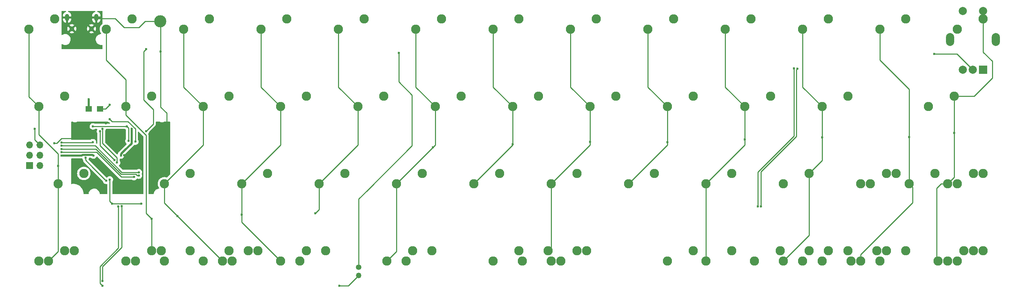
<source format=gbr>
%TF.GenerationSoftware,KiCad,Pcbnew,(5.99.0-8436-gbd786b578a)*%
%TF.CreationDate,2021-02-24T19:01:32+01:00*%
%TF.ProjectId,atom47,61746f6d-3437-42e6-9b69-6361645f7063,rev?*%
%TF.SameCoordinates,Original*%
%TF.FileFunction,Copper,L1,Top*%
%TF.FilePolarity,Positive*%
%FSLAX46Y46*%
G04 Gerber Fmt 4.6, Leading zero omitted, Abs format (unit mm)*
G04 Created by KiCad (PCBNEW (5.99.0-8436-gbd786b578a)) date 2021-02-24 19:01:32*
%MOMM*%
%LPD*%
G01*
G04 APERTURE LIST*
%TA.AperFunction,ComponentPad*%
%ADD10C,2.286000*%
%TD*%
%TA.AperFunction,ComponentPad*%
%ADD11C,3.000000*%
%TD*%
%TA.AperFunction,SMDPad,CuDef*%
%ADD12R,1.600000X1.400000*%
%TD*%
%TA.AperFunction,ComponentPad*%
%ADD13C,1.350000*%
%TD*%
%TA.AperFunction,ComponentPad*%
%ADD14O,1.350000X1.350000*%
%TD*%
%TA.AperFunction,ComponentPad*%
%ADD15R,1.700000X1.700000*%
%TD*%
%TA.AperFunction,ComponentPad*%
%ADD16O,1.700000X1.700000*%
%TD*%
%TA.AperFunction,ComponentPad*%
%ADD17C,1.200000*%
%TD*%
%TA.AperFunction,ComponentPad*%
%ADD18O,1.000000X1.800000*%
%TD*%
%TA.AperFunction,ComponentPad*%
%ADD19R,2.000000X2.000000*%
%TD*%
%TA.AperFunction,ComponentPad*%
%ADD20C,2.000000*%
%TD*%
%TA.AperFunction,ComponentPad*%
%ADD21O,2.000000X3.200000*%
%TD*%
%TA.AperFunction,ViaPad*%
%ADD22C,0.600000*%
%TD*%
%TA.AperFunction,Conductor*%
%ADD23C,0.250000*%
%TD*%
%TA.AperFunction,Conductor*%
%ADD24C,0.500000*%
%TD*%
G04 APERTURE END LIST*
D10*
X150177500Y-23495000D03*
X143827500Y-26035000D03*
X143033750Y-61595000D03*
X136683750Y-64135000D03*
X228758750Y-42545000D03*
X222408750Y-45085000D03*
X133508750Y-61595000D03*
X127158750Y-64135000D03*
X126365000Y-61595000D03*
X120015000Y-64135000D03*
X14446250Y-23495000D03*
X8096250Y-26035000D03*
X233521250Y-23495000D03*
X227171250Y-26035000D03*
D11*
X38025000Y-5025000D03*
D12*
X23225000Y-26600000D03*
X20425000Y-26600000D03*
D10*
X235902500Y-61595000D03*
X229552500Y-64135000D03*
X207327500Y-61595000D03*
X200977500Y-64135000D03*
X38258780Y-61595056D03*
X31908780Y-64135056D03*
X16827500Y-61595000D03*
X10477500Y-64135000D03*
X219233750Y-42545000D03*
X212883750Y-45085000D03*
X14446260Y-61595056D03*
X8096260Y-64135056D03*
X62071250Y-61595000D03*
X55721250Y-64135000D03*
X238283750Y-61595000D03*
X231933750Y-64135000D03*
X238283750Y-42545000D03*
X231933750Y-45085000D03*
X100171250Y-61595000D03*
X93821250Y-64135000D03*
X45402500Y-61595000D03*
X39052500Y-64135000D03*
X12065000Y-4445000D03*
X5715000Y-6985000D03*
X31115000Y-4445000D03*
X24765000Y-6985000D03*
X50165000Y-4445000D03*
X43815000Y-6985000D03*
X69215000Y-4445000D03*
X62865000Y-6985000D03*
X88265000Y-4445000D03*
X81915000Y-6985000D03*
X107315000Y-4445000D03*
X100965000Y-6985000D03*
X126365000Y-4445000D03*
X120015000Y-6985000D03*
X145415000Y-4445000D03*
X139065000Y-6985000D03*
X164465000Y-4445000D03*
X158115000Y-6985000D03*
X183515000Y-4445000D03*
X177165000Y-6985000D03*
X202565000Y-4445000D03*
X196215000Y-6985000D03*
X221615000Y-4445000D03*
X215265000Y-6985000D03*
X240665000Y-4445000D03*
X234315000Y-6985000D03*
X35877500Y-23495000D03*
X29527500Y-26035000D03*
X54927500Y-23495000D03*
X48577500Y-26035000D03*
X73977500Y-23495000D03*
X67627500Y-26035000D03*
X93027500Y-23495000D03*
X86677500Y-26035000D03*
X112077500Y-23495000D03*
X105727500Y-26035000D03*
X131127500Y-23495000D03*
X124777500Y-26035000D03*
X169227500Y-23495000D03*
X162877500Y-26035000D03*
X188277500Y-23495000D03*
X181927500Y-26035000D03*
X207327500Y-23495000D03*
X200977500Y-26035000D03*
X45402500Y-42545000D03*
X39052500Y-45085000D03*
X64452500Y-42545000D03*
X58102500Y-45085000D03*
X83502500Y-42545000D03*
X77152500Y-45085000D03*
X102552500Y-42545000D03*
X96202500Y-45085000D03*
X121602500Y-42545000D03*
X115252500Y-45085000D03*
X140652500Y-42545000D03*
X134302500Y-45085000D03*
X159702500Y-42545000D03*
X153352500Y-45085000D03*
X178752500Y-42545000D03*
X172402500Y-45085000D03*
X197802500Y-42545000D03*
X191452500Y-45085000D03*
X240665000Y-42545000D03*
X234315000Y-45085000D03*
X35877500Y-61595000D03*
X29527500Y-64135000D03*
X54927500Y-61595000D03*
X48577500Y-64135000D03*
X73977500Y-61595000D03*
X67627500Y-64135000D03*
X178752500Y-61595000D03*
X172402500Y-64135000D03*
X197802500Y-61595000D03*
X191452500Y-64135000D03*
X216852500Y-61595000D03*
X210502500Y-64135000D03*
X216852500Y-42545000D03*
X210502500Y-45085000D03*
X202565000Y-61595000D03*
X196215000Y-64135000D03*
X221615000Y-61595000D03*
X215265000Y-64135000D03*
X240665000Y-61595000D03*
X234315000Y-64135000D03*
X59690048Y-61595056D03*
X53340048Y-64135056D03*
X78740064Y-61595056D03*
X72390064Y-64135056D03*
X104933836Y-61595056D03*
X98583836Y-64135056D03*
X169227640Y-61595056D03*
X162877640Y-64135056D03*
X190658908Y-61595056D03*
X184308908Y-64135056D03*
X214471428Y-61595056D03*
X208121428Y-64135056D03*
X140652616Y-61595056D03*
X134302616Y-64135056D03*
X19208750Y-42545000D03*
X12858750Y-45085000D03*
D13*
X86915690Y-65675048D03*
D14*
X86915690Y-67675048D03*
D15*
X5873748Y-40640024D03*
D16*
X8413748Y-40640024D03*
X5873748Y-38100024D03*
X8413748Y-38100024D03*
X5873748Y-35560024D03*
X8413748Y-35560024D03*
D17*
X21100000Y-6875000D03*
D18*
X22275000Y-4075000D03*
D17*
X16250000Y-6875000D03*
D18*
X15075000Y-4075000D03*
D19*
X240625192Y-17025000D03*
D20*
X235625192Y-17025000D03*
X238125192Y-17025000D03*
D21*
X232525192Y-9525000D03*
X243725192Y-9525000D03*
D20*
X235625192Y-2525000D03*
X240625192Y-2525000D03*
D22*
X38099401Y-12540626D03*
X7143748Y-31551581D03*
X18892440Y-10873194D03*
X33337520Y-35123459D03*
X96779760Y-12840627D03*
X39885963Y-38100024D03*
X228600184Y-13096878D03*
X28575024Y-34528154D03*
X11906252Y-35093772D03*
X16668756Y-33932833D03*
X17264069Y-39290650D03*
X24665690Y-30175048D03*
X22573694Y-40529468D03*
X28575016Y-40481276D03*
X25598459Y-34528154D03*
X29170329Y-38100024D03*
X33337520Y-33307833D03*
X38695337Y-32146894D03*
X20373457Y-24275003D03*
X28328391Y-38141971D03*
X13692191Y-38118781D03*
X21574942Y-38140601D03*
X30956268Y-31551581D03*
X27733072Y-50673225D03*
X24705481Y-44350811D03*
X13692191Y-34918769D03*
X19645321Y-38695337D03*
X23812512Y-70246926D03*
X82153186Y-70246926D03*
X21431440Y-34849696D03*
X143827500Y-34766384D03*
X200977500Y-33694547D03*
X222408750Y-33575824D03*
X233521250Y-32583645D03*
X42227528Y-53022536D03*
X58102500Y-52744683D03*
X76200056Y-52387536D03*
X162877500Y-34885205D03*
X181927500Y-34171103D03*
X23803138Y-69065674D03*
X28575016Y-50631284D03*
X124777500Y-35361681D03*
X32742207Y-42267215D03*
X13692191Y-35718772D03*
X105171904Y-36115596D03*
X32741802Y-43068328D03*
X13692191Y-36518775D03*
X31551581Y-43431274D03*
X194072030Y-16668756D03*
X185151711Y-50650032D03*
X13692191Y-37318778D03*
X25598451Y-25598451D03*
X12858750Y-40719404D03*
X34528146Y-32146894D03*
X34528146Y-11906252D03*
X29795330Y-30926580D03*
X30206268Y-34528146D03*
X21431260Y-30956268D03*
X25598451Y-44053154D03*
X33337520Y-50006284D03*
X26193764Y-50006284D03*
X31888054Y-34709932D03*
X25598451Y-29170329D03*
X35877500Y-53736890D03*
X26759390Y-39290650D03*
X23187512Y-32176581D03*
X23812512Y-31551581D03*
X27384390Y-39885963D03*
X185951714Y-50650032D03*
X194913974Y-16710697D03*
D23*
X234197070Y-13096878D02*
X228600184Y-13096878D01*
X29170329Y-6548435D02*
X26971894Y-4350000D01*
X38099401Y-5099401D02*
X38025000Y-5025000D01*
X13692191Y-33932833D02*
X16668756Y-33932833D01*
X39593401Y-31248830D02*
X38695337Y-32146894D01*
X26971894Y-4350000D02*
X22300000Y-4350000D01*
X11906252Y-35093772D02*
X12531252Y-35093772D01*
X34265642Y-5025000D02*
X32742207Y-6548435D01*
X8413748Y-35560024D02*
X7143748Y-34290024D01*
X86915690Y-48815658D02*
X89296942Y-46434406D01*
X238125192Y-17025000D02*
X234197070Y-13096878D01*
X89296942Y-46434406D02*
X100012576Y-35718772D01*
X38025000Y-5025000D02*
X34265642Y-5025000D01*
X86915690Y-65675048D02*
X86915690Y-48815658D01*
X96779760Y-19984383D02*
X96779760Y-12840627D01*
X38099401Y-12540626D02*
X38099401Y-26193141D01*
X7143748Y-34290024D02*
X7143748Y-31551581D01*
X88815552Y-46915796D02*
X89296942Y-46434406D01*
X38099401Y-12540626D02*
X38099401Y-5099401D01*
X12531252Y-35093772D02*
X13692191Y-33932833D01*
X100012576Y-23217199D02*
X96779760Y-19984383D01*
X39593401Y-27687141D02*
X39593401Y-31248830D01*
X38099401Y-26193141D02*
X39593401Y-27687141D01*
X100012576Y-35718772D02*
X100012576Y-23217199D01*
X32742207Y-6548435D02*
X29170329Y-6548435D01*
D24*
X30956268Y-35150026D02*
X29183612Y-36922681D01*
X18721875Y-38118781D02*
X18895320Y-37945336D01*
X20425000Y-26600000D02*
X20425000Y-24326546D01*
X28328391Y-38141971D02*
X28328391Y-37777902D01*
X28425017Y-37681276D02*
X29183612Y-36922681D01*
X21379677Y-37945336D02*
X18895320Y-37945336D01*
X29183612Y-36922681D02*
X28575016Y-37531278D01*
X30956268Y-31551581D02*
X30956268Y-35150026D01*
X28328391Y-37777902D02*
X29183612Y-36922681D01*
X21574942Y-38140601D02*
X21379677Y-37945336D01*
X13692191Y-38118781D02*
X18721875Y-38118781D01*
X20425000Y-24326546D02*
X20373457Y-24275003D01*
D23*
X21431440Y-41076769D02*
X22026572Y-41671903D01*
X22026572Y-41671903D02*
X24405482Y-44050812D01*
X21362367Y-34918769D02*
X21431440Y-34849696D01*
X27733072Y-50673225D02*
X27733072Y-60927452D01*
X82153186Y-70246926D02*
X83939125Y-70246926D01*
X23178137Y-69612551D02*
X23812512Y-70246926D01*
X21431259Y-41076590D02*
X22026572Y-41671903D01*
X84343812Y-70246926D02*
X83939125Y-70246926D01*
X27733072Y-60927452D02*
X23178137Y-65482387D01*
X24405482Y-44050812D02*
X24705481Y-44350811D01*
X19645321Y-38695337D02*
X19645321Y-39290652D01*
X23178137Y-65482387D02*
X23178137Y-69612551D01*
X19645321Y-39290652D02*
X21431259Y-41076590D01*
X13692191Y-34918769D02*
X21362367Y-34918769D01*
X86915690Y-67675048D02*
X84343812Y-70246926D01*
X134302500Y-45085000D02*
X134302500Y-60801250D01*
X139065000Y-6985000D02*
X139065000Y-21272500D01*
X139065000Y-21272500D02*
X143827500Y-26035000D01*
X143827500Y-35560000D02*
X134302500Y-45085000D01*
X143827500Y-26035000D02*
X143827500Y-34766384D01*
X143827500Y-34766384D02*
X143827500Y-35560000D01*
X134302500Y-60801250D02*
X133508750Y-61595000D01*
X196215000Y-6985000D02*
X196215000Y-21272500D01*
X197802500Y-42545000D02*
X197802500Y-57785000D01*
X196215000Y-21272500D02*
X200977500Y-26035000D01*
X200977500Y-33694547D02*
X200977500Y-39370000D01*
X200977500Y-39370000D02*
X197802500Y-42545000D01*
X197802500Y-57785000D02*
X191452500Y-64135000D01*
X200977500Y-26035000D02*
X200977500Y-33694547D01*
X222408750Y-45085000D02*
X223242367Y-45918617D01*
X222408750Y-21788269D02*
X222408750Y-33575824D01*
X223242367Y-49778687D02*
X210502500Y-62518554D01*
X222408750Y-33575824D02*
X222408750Y-45085000D01*
X215265000Y-6985000D02*
X215265000Y-14644519D01*
X215265000Y-14644519D02*
X222408750Y-21788269D01*
X223242367Y-45918617D02*
X223242367Y-49778687D01*
X210502500Y-62518554D02*
X210502500Y-64135000D01*
X238442704Y-23495000D02*
X242887696Y-19050008D01*
X229195497Y-46206807D02*
X229195497Y-63777997D01*
X233521250Y-23495000D02*
X238442704Y-23495000D01*
X233521250Y-43497500D02*
X231933750Y-45085000D01*
X233521250Y-23495000D02*
X233521250Y-32583645D01*
X233521250Y-32583645D02*
X233521250Y-43497500D01*
X242887696Y-14882817D02*
X240665000Y-12660121D01*
X242887696Y-19050008D02*
X242887696Y-14882817D01*
X229195497Y-63777997D02*
X229552500Y-64135000D01*
X240665000Y-12660121D02*
X240665000Y-4445000D01*
X240625192Y-4405192D02*
X240665000Y-4445000D01*
X231933750Y-45085000D02*
X230317304Y-45085000D01*
X230317304Y-45085000D02*
X229195497Y-46206807D01*
X240625192Y-2525000D02*
X240625192Y-4405192D01*
X39052500Y-49847508D02*
X42227528Y-53022536D01*
X48577500Y-35560000D02*
X39052500Y-45085000D01*
X39052500Y-45085000D02*
X39052500Y-49847508D01*
X43815000Y-21272500D02*
X48577500Y-26035000D01*
X43815000Y-6985000D02*
X43815000Y-21272500D01*
X48577500Y-26035000D02*
X48577500Y-35560000D01*
X42227528Y-53022536D02*
X53340048Y-64135056D01*
X67627500Y-26035000D02*
X67627500Y-35560000D01*
X58102500Y-45085000D02*
X58102500Y-52744683D01*
X67627500Y-35560000D02*
X58102500Y-45085000D01*
X62865000Y-21272500D02*
X67627500Y-26035000D01*
X58102500Y-54610000D02*
X67627500Y-64135000D01*
X62865000Y-6985000D02*
X62865000Y-21272500D01*
X58102500Y-52744683D02*
X58102500Y-54610000D01*
X81915000Y-21272500D02*
X86677500Y-26035000D01*
X86677500Y-26035000D02*
X86677500Y-35560000D01*
X76200056Y-52387536D02*
X77152500Y-51435092D01*
X77152500Y-51435092D02*
X77152500Y-45085000D01*
X81915000Y-6985000D02*
X81915000Y-21272500D01*
X86677500Y-35560000D02*
X77152500Y-45085000D01*
X162877500Y-26035000D02*
X162877500Y-34885205D01*
X162877500Y-35560000D02*
X153352500Y-45085000D01*
X158115000Y-21272500D02*
X162877500Y-26035000D01*
X162877500Y-34885205D02*
X162877500Y-35560000D01*
X158115000Y-6985000D02*
X158115000Y-21272500D01*
X181927500Y-34171103D02*
X181927500Y-35560000D01*
X181927500Y-35560000D02*
X172402500Y-45085000D01*
X181927500Y-26035000D02*
X181927500Y-34171103D01*
X177165000Y-21272500D02*
X181927500Y-26035000D01*
X172402500Y-45085000D02*
X172402500Y-64135000D01*
X177165000Y-6985000D02*
X177165000Y-21272500D01*
X28575016Y-50631284D02*
X28575016Y-60721918D01*
X28575016Y-60721918D02*
X23803138Y-65493796D01*
X23803138Y-65493796D02*
X23803138Y-69065674D01*
X22026573Y-35718772D02*
X13692191Y-35718772D01*
X124777500Y-26035000D02*
X124777500Y-35361681D01*
X32742207Y-42267215D02*
X28575016Y-42267215D01*
X120015000Y-6985000D02*
X120015000Y-21272500D01*
X120015000Y-21272500D02*
X124777500Y-26035000D01*
X28575016Y-42267215D02*
X22026573Y-35718772D01*
X124777500Y-35361681D02*
X124777500Y-35560000D01*
X124777500Y-35560000D02*
X115252500Y-45085000D01*
X32352694Y-43068328D02*
X32001591Y-42717225D01*
X105727500Y-26035000D02*
X105727500Y-35560000D01*
X105171904Y-36115596D02*
X96202500Y-45085000D01*
X32741802Y-43068328D02*
X32352694Y-43068328D01*
X105727500Y-35560000D02*
X105171904Y-36115596D01*
X100965000Y-21272500D02*
X105727500Y-26035000D01*
X100965000Y-6985000D02*
X100965000Y-21272500D01*
X96202500Y-45085000D02*
X96202500Y-61753750D01*
X22190166Y-36518775D02*
X13692191Y-36518775D01*
X32001591Y-42717225D02*
X28388616Y-42717225D01*
X28388616Y-42717225D02*
X22190166Y-36518775D01*
X96202500Y-61753750D02*
X93821250Y-64135000D01*
X22353759Y-37318778D02*
X13692191Y-37318778D01*
X194072030Y-33337520D02*
X194072030Y-16668756D01*
X31551581Y-43431274D02*
X28466255Y-43431274D01*
X28466255Y-43431274D02*
X22353759Y-37318778D01*
X185151711Y-50650032D02*
X185151711Y-42257839D01*
X185151711Y-42257839D02*
X194072030Y-33337520D01*
X24596902Y-26600000D02*
X25598451Y-25598451D01*
X23225000Y-26600000D02*
X24596902Y-26600000D01*
X8096250Y-32957524D02*
X12858750Y-37720024D01*
X8096250Y-26035000D02*
X8096250Y-32957524D01*
X12858750Y-45085000D02*
X12858750Y-61753750D01*
X5715000Y-23653750D02*
X8096250Y-26035000D01*
X12858750Y-61753750D02*
X10477500Y-64135000D01*
X5715000Y-6985000D02*
X5715000Y-23653750D01*
X12858750Y-37720024D02*
X12858750Y-40719404D01*
X12858750Y-40719404D02*
X12858750Y-45085000D01*
X36314085Y-26789077D02*
X33932833Y-24407825D01*
X36314085Y-30360955D02*
X36314085Y-26789077D01*
X33932833Y-12501565D02*
X34528146Y-11906252D01*
X34528146Y-32146894D02*
X36314085Y-30360955D01*
X33932833Y-24407825D02*
X33932833Y-12501565D01*
X21460948Y-30926580D02*
X29795330Y-30926580D01*
X21431260Y-30956268D02*
X21460948Y-30926580D01*
X30206268Y-34528146D02*
X30206268Y-31337518D01*
X30206268Y-31337518D02*
X29795330Y-30926580D01*
X25598451Y-49410971D02*
X26193764Y-50006284D01*
X25598451Y-44053154D02*
X25598451Y-49410971D01*
X26193764Y-50006284D02*
X33337520Y-50006284D01*
X31888054Y-34709932D02*
X31888054Y-31558365D01*
X31888054Y-31558365D02*
X30080590Y-29750901D01*
X26179023Y-29750901D02*
X25598451Y-29170329D01*
X30080590Y-29750901D02*
X26179023Y-29750901D01*
X24765000Y-6985000D02*
X24765000Y-14644679D01*
X34528146Y-33197619D02*
X34528146Y-52387536D01*
X34528146Y-52387536D02*
X35877500Y-53736890D01*
X29527500Y-28196974D02*
X34528146Y-33197619D01*
X24765000Y-14644679D02*
X29527500Y-19407179D01*
X29527500Y-19407179D02*
X29527500Y-26035000D01*
X29527500Y-26035000D02*
X29527500Y-28196974D01*
X35877500Y-53736890D02*
X35877500Y-61595000D01*
X23187512Y-32176581D02*
X23187512Y-35718772D01*
X23187512Y-35718772D02*
X26759390Y-39290650D01*
X23812512Y-31551581D02*
X23812512Y-35123459D01*
X27384390Y-38695337D02*
X27384390Y-39885963D01*
X23812512Y-35123459D02*
X27384390Y-38695337D01*
X185951714Y-42094246D02*
X194667343Y-33378617D01*
X194667343Y-33378617D02*
X194667343Y-16957328D01*
X194667343Y-16957328D02*
X194913974Y-16710697D01*
X185951714Y-50650032D02*
X185951714Y-42094246D01*
%TA.AperFunction,Conductor*%
G36*
X18675083Y-38870714D02*
G01*
X18681864Y-38871745D01*
X18688276Y-38872721D01*
X18688278Y-38872721D01*
X18695508Y-38873821D01*
X18702800Y-38873228D01*
X18702803Y-38873228D01*
X18746221Y-38869696D01*
X18756436Y-38869281D01*
X18764762Y-38869281D01*
X18764762Y-38870069D01*
X18830472Y-38885278D01*
X18880005Y-38936141D01*
X18888185Y-38955283D01*
X18914106Y-39033206D01*
X18953924Y-39098952D01*
X18999594Y-39174362D01*
X19017756Y-39235677D01*
X19019759Y-39299418D01*
X19019821Y-39303375D01*
X19019821Y-39330232D01*
X19020316Y-39334148D01*
X19020365Y-39334935D01*
X19021213Y-39345712D01*
X19022583Y-39389283D01*
X19024794Y-39396893D01*
X19028129Y-39408373D01*
X19032138Y-39427733D01*
X19034629Y-39447451D01*
X19037545Y-39454815D01*
X19037546Y-39454820D01*
X19050673Y-39487972D01*
X19054512Y-39499183D01*
X19066676Y-39541053D01*
X19076798Y-39558169D01*
X19085490Y-39575909D01*
X19092810Y-39594398D01*
X19097470Y-39600812D01*
X19118423Y-39629651D01*
X19124942Y-39639575D01*
X19143035Y-39670170D01*
X19143039Y-39670175D01*
X19147071Y-39676993D01*
X19161073Y-39690995D01*
X19173914Y-39706029D01*
X19185706Y-39722259D01*
X19191814Y-39727312D01*
X19219522Y-39750234D01*
X19228302Y-39758224D01*
X21528322Y-42058244D01*
X22717753Y-43247674D01*
X23877987Y-44407908D01*
X23912013Y-44470220D01*
X23914291Y-44484708D01*
X23917583Y-44518284D01*
X23974266Y-44688680D01*
X23977915Y-44694705D01*
X24058108Y-44827118D01*
X24067292Y-44842283D01*
X24192036Y-44971459D01*
X24342299Y-45069789D01*
X24510613Y-45132384D01*
X24517594Y-45133315D01*
X24517596Y-45133316D01*
X24681631Y-45155203D01*
X24681635Y-45155203D01*
X24688612Y-45156134D01*
X24695624Y-45155496D01*
X24695628Y-45155496D01*
X24835532Y-45142764D01*
X24905185Y-45156510D01*
X24956349Y-45205731D01*
X24972951Y-45268245D01*
X24972951Y-47499032D01*
X24952949Y-47567153D01*
X24899293Y-47613646D01*
X24846951Y-47625032D01*
X23220914Y-47625032D01*
X23152793Y-47605030D01*
X23106300Y-47551374D01*
X23095365Y-47509685D01*
X23095133Y-47506944D01*
X23085758Y-47396461D01*
X23084420Y-47391306D01*
X23084419Y-47391300D01*
X23029479Y-47179626D01*
X23029478Y-47179622D01*
X23028137Y-47174457D01*
X22933935Y-46965335D01*
X22805844Y-46775075D01*
X22738910Y-46704909D01*
X22651215Y-46612981D01*
X22647528Y-46609116D01*
X22643248Y-46605931D01*
X22643245Y-46605929D01*
X22467791Y-46475389D01*
X22463513Y-46472206D01*
X22259061Y-46368257D01*
X22040017Y-46300242D01*
X22034730Y-46299541D01*
X22034729Y-46299541D01*
X21817929Y-46270806D01*
X21817925Y-46270806D01*
X21812645Y-46270106D01*
X21807315Y-46270306D01*
X21807314Y-46270306D01*
X21698046Y-46274408D01*
X21583446Y-46278710D01*
X21358974Y-46325810D01*
X21145647Y-46410057D01*
X20949564Y-46529043D01*
X20945534Y-46532540D01*
X20918824Y-46555718D01*
X20776332Y-46679365D01*
X20772949Y-46683491D01*
X20772945Y-46683495D01*
X20701019Y-46771216D01*
X20630905Y-46856727D01*
X20517441Y-47056055D01*
X20439183Y-47271652D01*
X20438234Y-47276901D01*
X20438233Y-47276904D01*
X20431217Y-47315705D01*
X20398370Y-47497351D01*
X20398319Y-47502690D01*
X20397817Y-47507998D01*
X20396037Y-47507830D01*
X20377681Y-47568176D01*
X20323578Y-47614147D01*
X20272348Y-47625032D01*
X19286473Y-47625032D01*
X19218352Y-47605030D01*
X19171859Y-47551374D01*
X19160722Y-47506944D01*
X19160225Y-47499032D01*
X19148441Y-47311742D01*
X19089627Y-47003424D01*
X18992633Y-46704909D01*
X18985111Y-46688923D01*
X18860679Y-46424491D01*
X18860675Y-46424484D01*
X18858991Y-46420905D01*
X18825580Y-46368257D01*
X18692929Y-46159234D01*
X18690807Y-46155890D01*
X18490734Y-45914043D01*
X18261928Y-45699179D01*
X18007995Y-45514687D01*
X17732943Y-45363475D01*
X17729274Y-45362022D01*
X17729269Y-45362020D01*
X17444790Y-45249387D01*
X17444787Y-45249386D01*
X17441107Y-45247929D01*
X17437273Y-45246945D01*
X17437265Y-45246942D01*
X17249307Y-45198683D01*
X17137091Y-45169871D01*
X17133163Y-45169375D01*
X17133159Y-45169374D01*
X17009681Y-45153776D01*
X16825689Y-45130532D01*
X16511811Y-45130532D01*
X16215235Y-45167998D01*
X16145144Y-45156692D01*
X16092293Y-45109286D01*
X16073443Y-45042992D01*
X16073443Y-42545000D01*
X17560250Y-42545000D01*
X17580546Y-42802882D01*
X17581700Y-42807689D01*
X17581701Y-42807695D01*
X17599832Y-42883217D01*
X17640933Y-43054415D01*
X17642826Y-43058986D01*
X17642827Y-43058988D01*
X17654371Y-43086858D01*
X17739926Y-43293403D01*
X17875085Y-43513964D01*
X18043084Y-43710666D01*
X18239786Y-43878665D01*
X18460347Y-44013824D01*
X18564865Y-44057117D01*
X18694762Y-44110923D01*
X18694764Y-44110924D01*
X18699335Y-44112817D01*
X18785328Y-44133462D01*
X18946055Y-44172049D01*
X18946061Y-44172050D01*
X18950868Y-44173204D01*
X19208750Y-44193500D01*
X19466632Y-44173204D01*
X19471439Y-44172050D01*
X19471445Y-44172049D01*
X19632172Y-44133462D01*
X19718165Y-44112817D01*
X19722736Y-44110924D01*
X19722738Y-44110923D01*
X19852635Y-44057117D01*
X19957153Y-44013824D01*
X20177714Y-43878665D01*
X20374416Y-43710666D01*
X20542415Y-43513964D01*
X20677574Y-43293403D01*
X20763129Y-43086858D01*
X20774673Y-43058988D01*
X20774674Y-43058986D01*
X20776567Y-43054415D01*
X20817668Y-42883217D01*
X20835799Y-42807695D01*
X20835800Y-42807689D01*
X20836954Y-42802882D01*
X20857250Y-42545000D01*
X20836954Y-42287118D01*
X20833128Y-42271178D01*
X20791013Y-42095757D01*
X20776567Y-42035585D01*
X20677574Y-41796597D01*
X20542415Y-41576036D01*
X20374416Y-41379334D01*
X20177714Y-41211335D01*
X19957153Y-41076176D01*
X19805036Y-41013167D01*
X19722738Y-40979077D01*
X19722736Y-40979076D01*
X19718165Y-40977183D01*
X19632172Y-40956538D01*
X19471445Y-40917951D01*
X19471439Y-40917950D01*
X19466632Y-40916796D01*
X19208750Y-40896500D01*
X18950868Y-40916796D01*
X18946061Y-40917950D01*
X18946055Y-40917951D01*
X18785328Y-40956538D01*
X18699335Y-40977183D01*
X18694764Y-40979076D01*
X18694762Y-40979077D01*
X18612464Y-41013167D01*
X18460347Y-41076176D01*
X18239786Y-41211335D01*
X18043084Y-41379334D01*
X17875085Y-41576036D01*
X17739926Y-41796597D01*
X17640933Y-42035585D01*
X17626487Y-42095757D01*
X17584373Y-42271178D01*
X17580546Y-42287118D01*
X17560250Y-42545000D01*
X16073443Y-42545000D01*
X16073443Y-38995281D01*
X16093445Y-38927160D01*
X16147101Y-38880667D01*
X16199443Y-38869281D01*
X18656135Y-38869281D01*
X18675083Y-38870714D01*
G37*
%TD.AperFunction*%
%TA.AperFunction,Conductor*%
G36*
X32722066Y-32276584D02*
G01*
X32728649Y-32282713D01*
X33865741Y-33419805D01*
X33899767Y-33482117D01*
X33902646Y-33508900D01*
X33902646Y-47499032D01*
X33882644Y-47567153D01*
X33828988Y-47613646D01*
X33776646Y-47625032D01*
X26349951Y-47625032D01*
X26281830Y-47605030D01*
X26235337Y-47551374D01*
X26223951Y-47499032D01*
X26223951Y-44596240D01*
X26245003Y-44526513D01*
X26250470Y-44518284D01*
X26314876Y-44421346D01*
X26378645Y-44253474D01*
X26381148Y-44235666D01*
X26403086Y-44079568D01*
X26403086Y-44079563D01*
X26403637Y-44075645D01*
X26403835Y-44061463D01*
X26403896Y-44057117D01*
X26403896Y-44057112D01*
X26403951Y-44053154D01*
X26383934Y-43874697D01*
X26324877Y-43705109D01*
X26229716Y-43552819D01*
X26134361Y-43456796D01*
X26108143Y-43430394D01*
X26108139Y-43430391D01*
X26103180Y-43425397D01*
X26086356Y-43414720D01*
X25957513Y-43332953D01*
X25957509Y-43332951D01*
X25951559Y-43329175D01*
X25782388Y-43268936D01*
X25604074Y-43247674D01*
X25597071Y-43248410D01*
X25597070Y-43248410D01*
X25553261Y-43253014D01*
X25425482Y-43266444D01*
X25418814Y-43268714D01*
X25262153Y-43322046D01*
X25262150Y-43322047D01*
X25255486Y-43324316D01*
X25102536Y-43418411D01*
X25097505Y-43423337D01*
X25097502Y-43423340D01*
X24987641Y-43530924D01*
X24924976Y-43564294D01*
X24884567Y-43566014D01*
X24837866Y-43560446D01*
X24772592Y-43532520D01*
X24763688Y-43524427D01*
X22440880Y-41201620D01*
X21845765Y-40606503D01*
X21845749Y-40606487D01*
X21845743Y-40606482D01*
X21845732Y-40606472D01*
X21845567Y-40606307D01*
X21845563Y-40606304D01*
X20403154Y-39163895D01*
X20369128Y-39101583D01*
X20374461Y-39030056D01*
X20423015Y-38902239D01*
X20423016Y-38902237D01*
X20425515Y-38895657D01*
X20438354Y-38804301D01*
X20467642Y-38739627D01*
X20527246Y-38701053D01*
X20563128Y-38695836D01*
X20944844Y-38695836D01*
X21012965Y-38715838D01*
X21035480Y-38734308D01*
X21061497Y-38761249D01*
X21211760Y-38859579D01*
X21380074Y-38922174D01*
X21387055Y-38923105D01*
X21387057Y-38923106D01*
X21551092Y-38944993D01*
X21551096Y-38944993D01*
X21558073Y-38945924D01*
X21565084Y-38945286D01*
X21565088Y-38945286D01*
X21729889Y-38930288D01*
X21736910Y-38929649D01*
X21821270Y-38902239D01*
X21900999Y-38876334D01*
X21901002Y-38876333D01*
X21907698Y-38874157D01*
X22061947Y-38782206D01*
X22185448Y-38664597D01*
X22186887Y-38663227D01*
X22186889Y-38663225D01*
X22191991Y-38658366D01*
X22291367Y-38508793D01*
X22323461Y-38424305D01*
X22366350Y-38367727D01*
X22433018Y-38343318D01*
X22502300Y-38358828D01*
X22530344Y-38379954D01*
X27968791Y-43818401D01*
X27976333Y-43826689D01*
X27980446Y-43833170D01*
X28017582Y-43868043D01*
X28030117Y-43879814D01*
X28032959Y-43882569D01*
X28051947Y-43901557D01*
X28055082Y-43903988D01*
X28055672Y-43904509D01*
X28063889Y-43911528D01*
X28095656Y-43941359D01*
X28109626Y-43949039D01*
X28113071Y-43950933D01*
X28129591Y-43961784D01*
X28145304Y-43973972D01*
X28152582Y-43977122D01*
X28152583Y-43977122D01*
X28185302Y-43991281D01*
X28195952Y-43996498D01*
X28234152Y-44017498D01*
X28241836Y-44019471D01*
X28253408Y-44022443D01*
X28272105Y-44028844D01*
X28283075Y-44033591D01*
X28283081Y-44033593D01*
X28290352Y-44036739D01*
X28298177Y-44037978D01*
X28298179Y-44037979D01*
X28323967Y-44042063D01*
X28333395Y-44043556D01*
X28345017Y-44045964D01*
X28379438Y-44054802D01*
X28379447Y-44054803D01*
X28387123Y-44056774D01*
X28406928Y-44056774D01*
X28426638Y-44058325D01*
X28446451Y-44061463D01*
X28454343Y-44060717D01*
X28459569Y-44060223D01*
X28490143Y-44057333D01*
X28502000Y-44056774D01*
X31007989Y-44056774D01*
X31076982Y-44077342D01*
X31182501Y-44146393D01*
X31182505Y-44146395D01*
X31188399Y-44150252D01*
X31356713Y-44212847D01*
X31363694Y-44213778D01*
X31363696Y-44213779D01*
X31527731Y-44235666D01*
X31527735Y-44235666D01*
X31534712Y-44236597D01*
X31541723Y-44235959D01*
X31541727Y-44235959D01*
X31706528Y-44220961D01*
X31713549Y-44220322D01*
X31747281Y-44209362D01*
X31877638Y-44167007D01*
X31877641Y-44167006D01*
X31884337Y-44164830D01*
X32038586Y-44072879D01*
X32142448Y-43973972D01*
X32163526Y-43953900D01*
X32163528Y-43953898D01*
X32168630Y-43949039D01*
X32241135Y-43839910D01*
X32295492Y-43794239D01*
X32365912Y-43785207D01*
X32390001Y-43791538D01*
X32546934Y-43849901D01*
X32553915Y-43850832D01*
X32553917Y-43850833D01*
X32717952Y-43872720D01*
X32717956Y-43872720D01*
X32724933Y-43873651D01*
X32731944Y-43873013D01*
X32731948Y-43873013D01*
X32896749Y-43858015D01*
X32903770Y-43857376D01*
X32957525Y-43839910D01*
X33067859Y-43804061D01*
X33067862Y-43804060D01*
X33074558Y-43801884D01*
X33228807Y-43709933D01*
X33299086Y-43643007D01*
X33353747Y-43590954D01*
X33353749Y-43590952D01*
X33358851Y-43586093D01*
X33458227Y-43436520D01*
X33510990Y-43297622D01*
X33519496Y-43275230D01*
X33519497Y-43275228D01*
X33521996Y-43268648D01*
X33522976Y-43261676D01*
X33546437Y-43094742D01*
X33546437Y-43094737D01*
X33546988Y-43090819D01*
X33547302Y-43068328D01*
X33527285Y-42889871D01*
X33468228Y-42720283D01*
X33467483Y-42719091D01*
X33456446Y-42651217D01*
X33463684Y-42622107D01*
X33519901Y-42474117D01*
X33519902Y-42474115D01*
X33522401Y-42467535D01*
X33547393Y-42289706D01*
X33547707Y-42267215D01*
X33527690Y-42088758D01*
X33468633Y-41919170D01*
X33373472Y-41766880D01*
X33309933Y-41702896D01*
X33251899Y-41644455D01*
X33251895Y-41644452D01*
X33246936Y-41639458D01*
X33235928Y-41632472D01*
X33101269Y-41547014D01*
X33101265Y-41547012D01*
X33095315Y-41543236D01*
X32926144Y-41482997D01*
X32747830Y-41461735D01*
X32740827Y-41462471D01*
X32740826Y-41462471D01*
X32697017Y-41467075D01*
X32569238Y-41480505D01*
X32562570Y-41482775D01*
X32405909Y-41536107D01*
X32405906Y-41536108D01*
X32399242Y-41538377D01*
X32291256Y-41604810D01*
X32261635Y-41623033D01*
X32195613Y-41641715D01*
X28886296Y-41641715D01*
X28818175Y-41621713D01*
X28797205Y-41604814D01*
X27885124Y-40692732D01*
X27851100Y-40630422D01*
X27856165Y-40559606D01*
X27887329Y-40512394D01*
X27996335Y-40408589D01*
X27996337Y-40408587D01*
X28001439Y-40403728D01*
X28100815Y-40254155D01*
X28164584Y-40086283D01*
X28189576Y-39908454D01*
X28189890Y-39885963D01*
X28169873Y-39707506D01*
X28166567Y-39698011D01*
X28124048Y-39575916D01*
X28110816Y-39537918D01*
X28029036Y-39407042D01*
X28009890Y-39340272D01*
X28009890Y-39050976D01*
X28029892Y-38982855D01*
X28083548Y-38936362D01*
X28152553Y-38926083D01*
X28189546Y-38931019D01*
X28304541Y-38946363D01*
X28304545Y-38946363D01*
X28311522Y-38947294D01*
X28318533Y-38946656D01*
X28318537Y-38946656D01*
X28483338Y-38931658D01*
X28490359Y-38931019D01*
X28525137Y-38919719D01*
X28654448Y-38877704D01*
X28654451Y-38877703D01*
X28661147Y-38875527D01*
X28815396Y-38783576D01*
X28907532Y-38695836D01*
X28940336Y-38664597D01*
X28940338Y-38664595D01*
X28945440Y-38659736D01*
X29044816Y-38510163D01*
X29108585Y-38342291D01*
X29110019Y-38332090D01*
X29133026Y-38168385D01*
X29133026Y-38168380D01*
X29133577Y-38164462D01*
X29133891Y-38141971D01*
X29129738Y-38104944D01*
X29142023Y-38035019D01*
X29165857Y-38001805D01*
X29744621Y-37423039D01*
X30530741Y-36636919D01*
X31440472Y-35727189D01*
X31454869Y-35714817D01*
X31471518Y-35702564D01*
X31504469Y-35663778D01*
X31511399Y-35656262D01*
X31517277Y-35650384D01*
X31522100Y-35644288D01*
X31535279Y-35627632D01*
X31538064Y-35624235D01*
X31580071Y-35574789D01*
X31580074Y-35574785D01*
X31584809Y-35569211D01*
X31588137Y-35562694D01*
X31591429Y-35557758D01*
X31594067Y-35553487D01*
X31595806Y-35551925D01*
X31598513Y-35547708D01*
X31599006Y-35547084D01*
X31600171Y-35548004D01*
X31646882Y-35506042D01*
X31717931Y-35494807D01*
X31773465Y-35502216D01*
X31871185Y-35515255D01*
X31878196Y-35514617D01*
X31878200Y-35514617D01*
X32043001Y-35499619D01*
X32050022Y-35498980D01*
X32109616Y-35479617D01*
X32214111Y-35445665D01*
X32214114Y-35445664D01*
X32220810Y-35443488D01*
X32375059Y-35351537D01*
X32448262Y-35281826D01*
X32499999Y-35232558D01*
X32500001Y-35232556D01*
X32505103Y-35227697D01*
X32604479Y-35078124D01*
X32657988Y-34937262D01*
X32665748Y-34916834D01*
X32665749Y-34916832D01*
X32668248Y-34910252D01*
X32673618Y-34872040D01*
X32692689Y-34736346D01*
X32692689Y-34736341D01*
X32693240Y-34732423D01*
X32693554Y-34709932D01*
X32673537Y-34531475D01*
X32665470Y-34508308D01*
X32616798Y-34368544D01*
X32614480Y-34361887D01*
X32532700Y-34231011D01*
X32513554Y-34164241D01*
X32513554Y-32371808D01*
X32533556Y-32303687D01*
X32587212Y-32257194D01*
X32657486Y-32247090D01*
X32722066Y-32276584D01*
G37*
%TD.AperFunction*%
%TA.AperFunction,Conductor*%
G36*
X37790926Y-29778760D02*
G01*
X37791184Y-29778141D01*
X37796100Y-29780192D01*
X37796105Y-29780195D01*
X37831197Y-29794838D01*
X38002855Y-29866468D01*
X38008058Y-29867665D01*
X38008063Y-29867666D01*
X38221179Y-29916672D01*
X38221184Y-29916673D01*
X38226382Y-29917868D01*
X38231710Y-29918171D01*
X38231713Y-29918171D01*
X38387389Y-29927011D01*
X38455373Y-29930871D01*
X38460680Y-29930271D01*
X38460682Y-29930271D01*
X38580972Y-29916672D01*
X38683281Y-29905106D01*
X38688402Y-29903623D01*
X38688407Y-29903622D01*
X38898472Y-29842790D01*
X38898471Y-29842790D01*
X38903590Y-29841308D01*
X38908389Y-29838983D01*
X39033743Y-29778250D01*
X39088681Y-29765642D01*
X40355276Y-29765642D01*
X40423397Y-29785644D01*
X40469890Y-29839300D01*
X40481276Y-29891642D01*
X40481276Y-42719443D01*
X40461274Y-42787564D01*
X40444371Y-42808538D01*
X39744350Y-43508559D01*
X39682038Y-43542585D01*
X39607037Y-43535873D01*
X39566488Y-43519077D01*
X39566486Y-43519076D01*
X39561915Y-43517183D01*
X39475922Y-43496538D01*
X39315195Y-43457951D01*
X39315189Y-43457950D01*
X39310382Y-43456796D01*
X39052500Y-43436500D01*
X38794618Y-43456796D01*
X38789811Y-43457950D01*
X38789805Y-43457951D01*
X38629078Y-43496538D01*
X38543085Y-43517183D01*
X38538514Y-43519076D01*
X38538512Y-43519077D01*
X38497964Y-43535873D01*
X38304097Y-43616176D01*
X38083536Y-43751335D01*
X37886834Y-43919334D01*
X37718835Y-44116036D01*
X37583676Y-44336597D01*
X37535592Y-44452682D01*
X37491885Y-44558199D01*
X37484683Y-44575585D01*
X37424296Y-44827118D01*
X37404000Y-45085000D01*
X37424296Y-45342882D01*
X37425450Y-45347689D01*
X37425451Y-45347695D01*
X37464038Y-45508422D01*
X37484683Y-45594415D01*
X37583676Y-45833403D01*
X37718835Y-46053964D01*
X37722051Y-46057729D01*
X37732579Y-46070056D01*
X37761611Y-46134845D01*
X37751007Y-46205045D01*
X37704132Y-46258368D01*
X37641496Y-46277798D01*
X37617196Y-46278710D01*
X37392724Y-46325810D01*
X37179397Y-46410057D01*
X36983314Y-46529043D01*
X36979284Y-46532540D01*
X36952574Y-46555718D01*
X36810082Y-46679365D01*
X36806699Y-46683491D01*
X36806695Y-46683495D01*
X36734769Y-46771216D01*
X36664655Y-46856727D01*
X36551191Y-47056055D01*
X36472933Y-47271652D01*
X36471984Y-47276901D01*
X36471983Y-47276904D01*
X36464967Y-47315705D01*
X36432120Y-47497351D01*
X36432069Y-47502690D01*
X36431567Y-47507998D01*
X36429787Y-47507830D01*
X36411431Y-47568176D01*
X36357328Y-47614147D01*
X36306098Y-47625032D01*
X35279646Y-47625032D01*
X35211525Y-47605030D01*
X35165032Y-47551374D01*
X35153646Y-47499032D01*
X35153646Y-33275631D01*
X35154173Y-33264448D01*
X35155848Y-33256955D01*
X35153708Y-33188855D01*
X35153646Y-33184897D01*
X35153646Y-33158039D01*
X35153151Y-33154123D01*
X35153102Y-33153336D01*
X35152254Y-33142559D01*
X35151133Y-33106907D01*
X35151133Y-33106906D01*
X35150884Y-33098988D01*
X35145338Y-33079898D01*
X35141329Y-33060538D01*
X35139832Y-33048685D01*
X35139831Y-33048682D01*
X35138838Y-33040820D01*
X35135922Y-33033456D01*
X35135921Y-33033451D01*
X35122794Y-33000299D01*
X35118955Y-32989088D01*
X35106791Y-32947218D01*
X35096669Y-32930102D01*
X35087977Y-32912362D01*
X35080657Y-32893873D01*
X35073453Y-32883958D01*
X35072308Y-32880749D01*
X35072179Y-32880514D01*
X35072217Y-32880493D01*
X35049595Y-32817093D01*
X35065674Y-32747941D01*
X35088497Y-32718652D01*
X35140091Y-32669520D01*
X35140093Y-32669518D01*
X35145195Y-32664659D01*
X35244571Y-32515086D01*
X35308340Y-32347214D01*
X35318158Y-32277353D01*
X35347446Y-32212679D01*
X35353837Y-32205793D01*
X36701207Y-30858423D01*
X36709498Y-30850878D01*
X36715981Y-30846764D01*
X36762641Y-30797076D01*
X36765395Y-30794235D01*
X36784367Y-30775263D01*
X36786796Y-30772133D01*
X36787318Y-30771540D01*
X36794329Y-30763333D01*
X36818746Y-30737331D01*
X36818749Y-30737327D01*
X36824170Y-30731554D01*
X36833744Y-30714139D01*
X36844602Y-30697609D01*
X36851925Y-30688169D01*
X36851926Y-30688168D01*
X36856783Y-30681906D01*
X36874090Y-30641911D01*
X36879313Y-30631249D01*
X36896491Y-30600003D01*
X36896491Y-30600002D01*
X36900309Y-30593058D01*
X36905252Y-30573806D01*
X36911658Y-30555097D01*
X36916401Y-30544137D01*
X36916402Y-30544134D01*
X36919550Y-30536859D01*
X36926368Y-30493810D01*
X36928776Y-30482184D01*
X36937614Y-30447764D01*
X36937614Y-30447763D01*
X36939585Y-30440087D01*
X36939585Y-30420283D01*
X36941136Y-30400572D01*
X36943034Y-30388589D01*
X36944274Y-30380760D01*
X36940144Y-30337068D01*
X36939585Y-30325211D01*
X36939585Y-29891642D01*
X36959587Y-29823521D01*
X37013243Y-29777028D01*
X37065585Y-29765642D01*
X37737319Y-29765642D01*
X37790926Y-29778760D01*
G37*
%TD.AperFunction*%
%TA.AperFunction,Conductor*%
G36*
X29320731Y-31572648D02*
G01*
X29426250Y-31641699D01*
X29426254Y-31641701D01*
X29432148Y-31645558D01*
X29438752Y-31648014D01*
X29498688Y-31670304D01*
X29555564Y-31712797D01*
X29580438Y-31779294D01*
X29580768Y-31788402D01*
X29580768Y-33983952D01*
X29560679Y-34052207D01*
X29516437Y-34120858D01*
X29484772Y-34169992D01*
X29482363Y-34176612D01*
X29482361Y-34176615D01*
X29467239Y-34218164D01*
X29423353Y-34338739D01*
X29400847Y-34516899D01*
X29401534Y-34523906D01*
X29401534Y-34523909D01*
X29402276Y-34531475D01*
X29418370Y-34695619D01*
X29475053Y-34866015D01*
X29478702Y-34872040D01*
X29544907Y-34981356D01*
X29568079Y-35019618D01*
X29572970Y-35024683D01*
X29572971Y-35024684D01*
X29586338Y-35038526D01*
X29692823Y-35148794D01*
X29698109Y-35152253D01*
X29737688Y-35210848D01*
X29739311Y-35281826D01*
X29706730Y-35338196D01*
X27844196Y-37200730D01*
X27829784Y-37213116D01*
X27813141Y-37225364D01*
X27808398Y-37230947D01*
X27780190Y-37264150D01*
X27773260Y-37271666D01*
X27767382Y-37277544D01*
X27765109Y-37280417D01*
X27749380Y-37300296D01*
X27746595Y-37303693D01*
X27704588Y-37353139D01*
X27704585Y-37353143D01*
X27699850Y-37358717D01*
X27696522Y-37365234D01*
X27693238Y-37370158D01*
X27690145Y-37375167D01*
X27685603Y-37380908D01*
X27655010Y-37446366D01*
X27653112Y-37450248D01*
X27620274Y-37514556D01*
X27618534Y-37521667D01*
X27616478Y-37527195D01*
X27614614Y-37532798D01*
X27611515Y-37539429D01*
X27610024Y-37546598D01*
X27596815Y-37610104D01*
X27595846Y-37614386D01*
X27578684Y-37684521D01*
X27578337Y-37690122D01*
X27577903Y-37697109D01*
X27577647Y-37700495D01*
X27577372Y-37703578D01*
X27575882Y-37710742D01*
X27575934Y-37712666D01*
X27550773Y-37776675D01*
X27493200Y-37818219D01*
X27422307Y-37822042D01*
X27362149Y-37788505D01*
X24474917Y-34901273D01*
X24440891Y-34838961D01*
X24438012Y-34812178D01*
X24438012Y-32094667D01*
X24459064Y-32024940D01*
X24525036Y-31925644D01*
X24528937Y-31919773D01*
X24570522Y-31810300D01*
X24590206Y-31758483D01*
X24590207Y-31758481D01*
X24592706Y-31751901D01*
X24605545Y-31660545D01*
X24634833Y-31595871D01*
X24694437Y-31557297D01*
X24730319Y-31552080D01*
X29251738Y-31552080D01*
X29320731Y-31572648D01*
G37*
%TD.AperFunction*%
%TA.AperFunction,Conductor*%
G36*
X16359676Y-29778760D02*
G01*
X16359934Y-29778141D01*
X16364850Y-29780192D01*
X16364855Y-29780195D01*
X16399947Y-29794838D01*
X16571605Y-29866468D01*
X16576808Y-29867665D01*
X16576813Y-29867666D01*
X16789929Y-29916672D01*
X16789934Y-29916673D01*
X16795132Y-29917868D01*
X16800460Y-29918171D01*
X16800463Y-29918171D01*
X16956139Y-29927011D01*
X17024123Y-29930871D01*
X17029430Y-29930271D01*
X17029432Y-29930271D01*
X17149722Y-29916672D01*
X17252031Y-29905106D01*
X17257152Y-29903623D01*
X17257157Y-29903622D01*
X17467222Y-29842790D01*
X17467221Y-29842790D01*
X17472340Y-29841308D01*
X17477139Y-29838983D01*
X17602493Y-29778250D01*
X17657431Y-29765642D01*
X25010251Y-29765642D01*
X25078372Y-29785644D01*
X25083417Y-29789331D01*
X25085006Y-29790977D01*
X25235269Y-29889307D01*
X25403583Y-29951902D01*
X25410563Y-29952833D01*
X25410566Y-29952834D01*
X25467302Y-29960404D01*
X25532179Y-29989240D01*
X25539733Y-29996202D01*
X25629516Y-30085985D01*
X25663542Y-30148297D01*
X25658477Y-30219112D01*
X25615930Y-30275948D01*
X25549410Y-30300759D01*
X25540421Y-30301080D01*
X21929371Y-30301080D01*
X21861857Y-30281465D01*
X21803803Y-30244623D01*
X21784368Y-30232289D01*
X21615197Y-30172050D01*
X21436883Y-30150788D01*
X21429880Y-30151524D01*
X21429879Y-30151524D01*
X21386070Y-30156128D01*
X21258291Y-30169558D01*
X21251623Y-30171828D01*
X21094962Y-30225160D01*
X21094959Y-30225161D01*
X21088295Y-30227430D01*
X20935345Y-30321525D01*
X20930314Y-30326451D01*
X20930311Y-30326454D01*
X20882915Y-30372868D01*
X20807042Y-30447168D01*
X20803223Y-30453093D01*
X20803222Y-30453095D01*
X20731619Y-30564201D01*
X20709764Y-30598114D01*
X20648345Y-30766861D01*
X20625839Y-30945021D01*
X20626526Y-30952028D01*
X20626526Y-30952031D01*
X20634232Y-31030626D01*
X20643362Y-31123741D01*
X20700045Y-31294137D01*
X20703694Y-31300162D01*
X20775094Y-31418056D01*
X20793071Y-31447740D01*
X20917815Y-31576916D01*
X21068078Y-31675246D01*
X21236392Y-31737841D01*
X21243373Y-31738772D01*
X21243375Y-31738773D01*
X21407410Y-31760660D01*
X21407414Y-31760660D01*
X21414391Y-31761591D01*
X21421402Y-31760953D01*
X21421406Y-31760953D01*
X21586207Y-31745955D01*
X21593228Y-31745316D01*
X21693312Y-31712797D01*
X21757317Y-31692001D01*
X21757320Y-31692000D01*
X21764016Y-31689824D01*
X21918265Y-31597873D01*
X21929856Y-31586835D01*
X21992981Y-31554342D01*
X22016748Y-31552080D01*
X22406565Y-31552080D01*
X22474686Y-31572082D01*
X22521179Y-31625738D01*
X22531283Y-31696012D01*
X22512476Y-31746335D01*
X22466016Y-31818427D01*
X22404597Y-31987174D01*
X22382091Y-32165334D01*
X22399614Y-32344054D01*
X22456297Y-32514450D01*
X22459946Y-32520475D01*
X22543788Y-32658914D01*
X22562012Y-32724186D01*
X22562012Y-35085250D01*
X22542010Y-35153371D01*
X22488354Y-35199864D01*
X22418080Y-35209968D01*
X22358784Y-35184808D01*
X22353790Y-35180934D01*
X22353788Y-35180933D01*
X22347524Y-35176074D01*
X22340245Y-35172924D01*
X22307526Y-35158765D01*
X22296875Y-35153548D01*
X22280408Y-35144495D01*
X22230351Y-35094150D01*
X22215459Y-35024732D01*
X22216338Y-35016546D01*
X22236075Y-34876111D01*
X22236076Y-34876104D01*
X22236626Y-34872187D01*
X22236940Y-34849696D01*
X22216923Y-34671239D01*
X22157866Y-34501651D01*
X22062705Y-34349361D01*
X21987140Y-34273267D01*
X21941132Y-34226936D01*
X21941128Y-34226933D01*
X21936169Y-34221939D01*
X21919345Y-34211262D01*
X21790502Y-34129495D01*
X21790498Y-34129493D01*
X21784548Y-34125717D01*
X21615377Y-34065478D01*
X21437063Y-34044216D01*
X21430060Y-34044952D01*
X21430059Y-34044952D01*
X21386250Y-34049556D01*
X21258471Y-34062986D01*
X21251803Y-34065256D01*
X21095142Y-34118588D01*
X21095139Y-34118589D01*
X21088475Y-34120858D01*
X20935525Y-34214953D01*
X20930494Y-34219879D01*
X20930491Y-34219882D01*
X20892290Y-34257292D01*
X20829625Y-34290663D01*
X20804132Y-34293269D01*
X16199443Y-34293269D01*
X16131322Y-34273267D01*
X16084829Y-34219611D01*
X16073443Y-34167269D01*
X16073443Y-29891642D01*
X16093445Y-29823521D01*
X16147101Y-29777028D01*
X16199443Y-29765642D01*
X16306069Y-29765642D01*
X16359676Y-29778760D01*
G37*
%TD.AperFunction*%
%TA.AperFunction,Conductor*%
G36*
X14775261Y-2495002D02*
G01*
X14821754Y-2548658D01*
X14831858Y-2618932D01*
X14802364Y-2683512D01*
X14742715Y-2721874D01*
X14701433Y-2734024D01*
X14690065Y-2738617D01*
X14525778Y-2824504D01*
X14515517Y-2831218D01*
X14371041Y-2947380D01*
X14362281Y-2955958D01*
X14243119Y-3097970D01*
X14236193Y-3108084D01*
X14146882Y-3270542D01*
X14142054Y-3281806D01*
X14085998Y-3458516D01*
X14083450Y-3470503D01*
X14067393Y-3613661D01*
X14067000Y-3620685D01*
X14067000Y-3802885D01*
X14071475Y-3818124D01*
X14072865Y-3819329D01*
X14080548Y-3821000D01*
X16064885Y-3821000D01*
X16080124Y-3816525D01*
X16081329Y-3815135D01*
X16083000Y-3807452D01*
X16083000Y-3627088D01*
X16082699Y-3620940D01*
X16069309Y-3484374D01*
X16066926Y-3472339D01*
X16013346Y-3294876D01*
X16008671Y-3283534D01*
X15921643Y-3119856D01*
X15914856Y-3109640D01*
X15797690Y-2965981D01*
X15789046Y-2957277D01*
X15646212Y-2839114D01*
X15636041Y-2832254D01*
X15472969Y-2744082D01*
X15461670Y-2739332D01*
X15403629Y-2721365D01*
X15344470Y-2682113D01*
X15315923Y-2617109D01*
X15327052Y-2546990D01*
X15374323Y-2494019D01*
X15440889Y-2475000D01*
X21907140Y-2475000D01*
X21975261Y-2495002D01*
X22021754Y-2548658D01*
X22031858Y-2618932D01*
X22002364Y-2683512D01*
X21942715Y-2721874D01*
X21901433Y-2734024D01*
X21890065Y-2738617D01*
X21725778Y-2824504D01*
X21715517Y-2831218D01*
X21571041Y-2947380D01*
X21562281Y-2955958D01*
X21443119Y-3097970D01*
X21436193Y-3108084D01*
X21346882Y-3270542D01*
X21342054Y-3281806D01*
X21285998Y-3458516D01*
X21283450Y-3470503D01*
X21267393Y-3613661D01*
X21267000Y-3620685D01*
X21267000Y-3802885D01*
X21271475Y-3818124D01*
X21272865Y-3819329D01*
X21280548Y-3821000D01*
X23264885Y-3821000D01*
X23280124Y-3816525D01*
X23281329Y-3815135D01*
X23283000Y-3807452D01*
X23283000Y-3627088D01*
X23282699Y-3620940D01*
X23269309Y-3484374D01*
X23266926Y-3472339D01*
X23213346Y-3294876D01*
X23208671Y-3283534D01*
X23121643Y-3119856D01*
X23114856Y-3109640D01*
X22997690Y-2965981D01*
X22989046Y-2957277D01*
X22846212Y-2839114D01*
X22836041Y-2832254D01*
X22672969Y-2744082D01*
X22661670Y-2739332D01*
X22603629Y-2721365D01*
X22544470Y-2682113D01*
X22515923Y-2617109D01*
X22527052Y-2546990D01*
X22574323Y-2494019D01*
X22640889Y-2475000D01*
X23686512Y-2475000D01*
X23754633Y-2495002D01*
X23801126Y-2548658D01*
X23812512Y-2601000D01*
X23812512Y-5579177D01*
X23792510Y-5647298D01*
X23768342Y-5674987D01*
X23599334Y-5819334D01*
X23431335Y-6016036D01*
X23296176Y-6236597D01*
X23197183Y-6475585D01*
X23136796Y-6727118D01*
X23116500Y-6985000D01*
X23136796Y-7242882D01*
X23137950Y-7247689D01*
X23137951Y-7247695D01*
X23171414Y-7387079D01*
X23197183Y-7494415D01*
X23296176Y-7733403D01*
X23431335Y-7953964D01*
X23434551Y-7957729D01*
X23445079Y-7970056D01*
X23474111Y-8034845D01*
X23463507Y-8105045D01*
X23416632Y-8158368D01*
X23353996Y-8177798D01*
X23329696Y-8178710D01*
X23105224Y-8225810D01*
X22891897Y-8310057D01*
X22695814Y-8429043D01*
X22522582Y-8579365D01*
X22519199Y-8583491D01*
X22519195Y-8583495D01*
X22478194Y-8633500D01*
X22377155Y-8756727D01*
X22263691Y-8956055D01*
X22185433Y-9171652D01*
X22144620Y-9397351D01*
X22142418Y-9626701D01*
X22178891Y-9853143D01*
X22252995Y-10070202D01*
X22362612Y-10271672D01*
X22365916Y-10275863D01*
X22501305Y-10447604D01*
X22501309Y-10447608D01*
X22504608Y-10451793D01*
X22674922Y-10605413D01*
X22868684Y-10728141D01*
X23080355Y-10816468D01*
X23085558Y-10817665D01*
X23085563Y-10817666D01*
X23298679Y-10866672D01*
X23298684Y-10866673D01*
X23303882Y-10867868D01*
X23309210Y-10868171D01*
X23309213Y-10868171D01*
X23464889Y-10877011D01*
X23532873Y-10880871D01*
X23538180Y-10880271D01*
X23538182Y-10880271D01*
X23622664Y-10870720D01*
X23672359Y-10865102D01*
X23742295Y-10877325D01*
X23794521Y-10925418D01*
X23812513Y-10990304D01*
X23812513Y-11780252D01*
X23792511Y-11848373D01*
X23738855Y-11894866D01*
X23686513Y-11906252D01*
X13818192Y-11906252D01*
X13750071Y-11886250D01*
X13703578Y-11832594D01*
X13692192Y-11780252D01*
X13692192Y-10775634D01*
X13712194Y-10707513D01*
X13765850Y-10661020D01*
X13836124Y-10650916D01*
X13885612Y-10669190D01*
X13978684Y-10728141D01*
X14190355Y-10816468D01*
X14195558Y-10817665D01*
X14195563Y-10817666D01*
X14408679Y-10866672D01*
X14408684Y-10866673D01*
X14413882Y-10867868D01*
X14419210Y-10868171D01*
X14419213Y-10868171D01*
X14574889Y-10877011D01*
X14642873Y-10880871D01*
X14648180Y-10880271D01*
X14648182Y-10880271D01*
X14782360Y-10865102D01*
X14870781Y-10855106D01*
X14875902Y-10853623D01*
X14875907Y-10853622D01*
X15085972Y-10792790D01*
X15085971Y-10792790D01*
X15091090Y-10791308D01*
X15123442Y-10775634D01*
X15292695Y-10693632D01*
X15297500Y-10691304D01*
X15413694Y-10608271D01*
X15479770Y-10561053D01*
X15479774Y-10561049D01*
X15484110Y-10557951D01*
X15645583Y-10395062D01*
X15777302Y-10207296D01*
X15875502Y-10000021D01*
X15937374Y-9779164D01*
X15961150Y-9551039D01*
X15961400Y-9525000D01*
X15942008Y-9296461D01*
X15940670Y-9291306D01*
X15940669Y-9291300D01*
X15885729Y-9079626D01*
X15885728Y-9079622D01*
X15884387Y-9074457D01*
X15790185Y-8865335D01*
X15662094Y-8675075D01*
X15603073Y-8613204D01*
X15507465Y-8512981D01*
X15503778Y-8509116D01*
X15499498Y-8505931D01*
X15499495Y-8505929D01*
X15324041Y-8375389D01*
X15319763Y-8372206D01*
X15115311Y-8268257D01*
X14896267Y-8200242D01*
X14890980Y-8199541D01*
X14890979Y-8199541D01*
X14674179Y-8170806D01*
X14674175Y-8170806D01*
X14668895Y-8170106D01*
X14663565Y-8170306D01*
X14663564Y-8170306D01*
X14554295Y-8174408D01*
X14439696Y-8178710D01*
X14215224Y-8225810D01*
X14001897Y-8310057D01*
X13979714Y-8323518D01*
X13883557Y-8381867D01*
X13814943Y-8400106D01*
X13747361Y-8378354D01*
X13702267Y-8323518D01*
X13692192Y-8274148D01*
X13692192Y-7818215D01*
X15671439Y-7818215D01*
X15680431Y-7829975D01*
X15685269Y-7833445D01*
X15695584Y-7839448D01*
X15876692Y-7922940D01*
X15887956Y-7926885D01*
X16081585Y-7974624D01*
X16093403Y-7976369D01*
X16292559Y-7986632D01*
X16304487Y-7986112D01*
X16501991Y-7958530D01*
X16513616Y-7955760D01*
X16702336Y-7891331D01*
X16713225Y-7886414D01*
X16817747Y-7826675D01*
X16825885Y-7818215D01*
X20521439Y-7818215D01*
X20530431Y-7829975D01*
X20535269Y-7833445D01*
X20545584Y-7839448D01*
X20726692Y-7922940D01*
X20737956Y-7926885D01*
X20931585Y-7974624D01*
X20943403Y-7976369D01*
X21142559Y-7986632D01*
X21154487Y-7986112D01*
X21351991Y-7958530D01*
X21363616Y-7955760D01*
X21552336Y-7891331D01*
X21563225Y-7886414D01*
X21667747Y-7826675D01*
X21677523Y-7816512D01*
X21674400Y-7808611D01*
X21112811Y-7247021D01*
X21098868Y-7239408D01*
X21097034Y-7239539D01*
X21090420Y-7243790D01*
X20527985Y-7806226D01*
X20521439Y-7818215D01*
X16825885Y-7818215D01*
X16827523Y-7816512D01*
X16824400Y-7808611D01*
X16262811Y-7247021D01*
X16248868Y-7239408D01*
X16247034Y-7239539D01*
X16240420Y-7243790D01*
X15677985Y-7806226D01*
X15671439Y-7818215D01*
X13692192Y-7818215D01*
X13692192Y-6971817D01*
X15141774Y-6971817D01*
X15142876Y-6983695D01*
X15180075Y-7179630D01*
X15183405Y-7191089D01*
X15256979Y-7376442D01*
X15262421Y-7387079D01*
X15297981Y-7442788D01*
X15308612Y-7452057D01*
X15317971Y-7447818D01*
X15877979Y-6887811D01*
X15884356Y-6876132D01*
X16614408Y-6876132D01*
X16614539Y-6877966D01*
X16618790Y-6884580D01*
X17181587Y-7447376D01*
X17193962Y-7454133D01*
X17199852Y-7449724D01*
X17278453Y-7299053D01*
X17282945Y-7287991D01*
X17340084Y-7096929D01*
X17342404Y-7085216D01*
X17353823Y-6971817D01*
X19991774Y-6971817D01*
X19992876Y-6983695D01*
X20030075Y-7179630D01*
X20033405Y-7191089D01*
X20106979Y-7376442D01*
X20112421Y-7387079D01*
X20147981Y-7442788D01*
X20158612Y-7452057D01*
X20167971Y-7447818D01*
X20727979Y-6887811D01*
X20734356Y-6876132D01*
X21464408Y-6876132D01*
X21464539Y-6877966D01*
X21468790Y-6884580D01*
X22031587Y-7447376D01*
X22043962Y-7454133D01*
X22049852Y-7449724D01*
X22128453Y-7299053D01*
X22132945Y-7287991D01*
X22190084Y-7096929D01*
X22192404Y-7085216D01*
X22212676Y-6883892D01*
X22212984Y-6877916D01*
X22212707Y-6871926D01*
X22193490Y-6670514D01*
X22191231Y-6658780D01*
X22135091Y-6467416D01*
X22130661Y-6456341D01*
X22053021Y-6305593D01*
X22043292Y-6295382D01*
X22036472Y-6297739D01*
X21472021Y-6862189D01*
X21464408Y-6876132D01*
X20734356Y-6876132D01*
X20735592Y-6873868D01*
X20735461Y-6872034D01*
X20731210Y-6865420D01*
X20170467Y-6304678D01*
X20158092Y-6297921D01*
X20149692Y-6304209D01*
X20115114Y-6357761D01*
X20109618Y-6368364D01*
X20035078Y-6553322D01*
X20031684Y-6564781D01*
X19993460Y-6760510D01*
X19992296Y-6772379D01*
X19991774Y-6971817D01*
X17353823Y-6971817D01*
X17362676Y-6883892D01*
X17362984Y-6877916D01*
X17362707Y-6871926D01*
X17343490Y-6670514D01*
X17341231Y-6658780D01*
X17285091Y-6467416D01*
X17280661Y-6456341D01*
X17203021Y-6305593D01*
X17193292Y-6295382D01*
X17186472Y-6297739D01*
X16622021Y-6862189D01*
X16614408Y-6876132D01*
X15884356Y-6876132D01*
X15885592Y-6873868D01*
X15885461Y-6872034D01*
X15881210Y-6865420D01*
X15320467Y-6304678D01*
X15308092Y-6297921D01*
X15299692Y-6304209D01*
X15265114Y-6357761D01*
X15259618Y-6368364D01*
X15185078Y-6553322D01*
X15181684Y-6564781D01*
X15143460Y-6760510D01*
X15142296Y-6772379D01*
X15141774Y-6971817D01*
X13692192Y-6971817D01*
X13692192Y-5931390D01*
X15671830Y-5931390D01*
X15678841Y-5944630D01*
X16237189Y-6502979D01*
X16251132Y-6510592D01*
X16252966Y-6510461D01*
X16259580Y-6506210D01*
X16820530Y-5945259D01*
X16827287Y-5932884D01*
X16826169Y-5931390D01*
X20521830Y-5931390D01*
X20528841Y-5944630D01*
X21087189Y-6502979D01*
X21101132Y-6510592D01*
X21102966Y-6510461D01*
X21109580Y-6506210D01*
X21670530Y-5945259D01*
X21677287Y-5932884D01*
X21672093Y-5925946D01*
X21568517Y-5866026D01*
X21557653Y-5861052D01*
X21369266Y-5795633D01*
X21357664Y-5792805D01*
X21160310Y-5764190D01*
X21148373Y-5763607D01*
X20949167Y-5772827D01*
X20937349Y-5774509D01*
X20743476Y-5821232D01*
X20732181Y-5825121D01*
X20550636Y-5907665D01*
X20540297Y-5913610D01*
X20530224Y-5920756D01*
X20521830Y-5931390D01*
X16826169Y-5931390D01*
X16822093Y-5925946D01*
X16718517Y-5866026D01*
X16707653Y-5861052D01*
X16519266Y-5795633D01*
X16507664Y-5792805D01*
X16310310Y-5764190D01*
X16298373Y-5763607D01*
X16099167Y-5772827D01*
X16087349Y-5774509D01*
X15893476Y-5821232D01*
X15882181Y-5825121D01*
X15700636Y-5907665D01*
X15690297Y-5913610D01*
X15680224Y-5920756D01*
X15671830Y-5931390D01*
X13692192Y-5931390D01*
X13692191Y-4716713D01*
X13693279Y-4702888D01*
X13693204Y-4702882D01*
X13713112Y-4449930D01*
X13713500Y-4445000D01*
X13705437Y-4342548D01*
X14067000Y-4342548D01*
X14067000Y-4522912D01*
X14067301Y-4529060D01*
X14080691Y-4665626D01*
X14083074Y-4677661D01*
X14136654Y-4855124D01*
X14141329Y-4866466D01*
X14228357Y-5030144D01*
X14235144Y-5040360D01*
X14352310Y-5184019D01*
X14360954Y-5192723D01*
X14503788Y-5310886D01*
X14513959Y-5317746D01*
X14677031Y-5405918D01*
X14688330Y-5410668D01*
X14803693Y-5446380D01*
X14817795Y-5446586D01*
X14821000Y-5439830D01*
X14821000Y-4347115D01*
X14819659Y-4342548D01*
X15329000Y-4342548D01*
X15329000Y-5433052D01*
X15332973Y-5446583D01*
X15340768Y-5447703D01*
X15448557Y-5415979D01*
X15459941Y-5411380D01*
X15624222Y-5325496D01*
X15634483Y-5318782D01*
X15778959Y-5202620D01*
X15787719Y-5194042D01*
X15906881Y-5052030D01*
X15913807Y-5041916D01*
X16003118Y-4879458D01*
X16007946Y-4868194D01*
X16064002Y-4691484D01*
X16066550Y-4679497D01*
X16082607Y-4536339D01*
X16083000Y-4529315D01*
X16083000Y-4347115D01*
X16081659Y-4342548D01*
X21267000Y-4342548D01*
X21267000Y-4522912D01*
X21267301Y-4529060D01*
X21280691Y-4665626D01*
X21283074Y-4677661D01*
X21336654Y-4855124D01*
X21341329Y-4866466D01*
X21428357Y-5030144D01*
X21435144Y-5040360D01*
X21552310Y-5184019D01*
X21560954Y-5192723D01*
X21703788Y-5310886D01*
X21713959Y-5317746D01*
X21877031Y-5405918D01*
X21888330Y-5410668D01*
X22003693Y-5446380D01*
X22017795Y-5446586D01*
X22021000Y-5439830D01*
X22021000Y-4347115D01*
X22019659Y-4342548D01*
X22529000Y-4342548D01*
X22529000Y-5433052D01*
X22532973Y-5446583D01*
X22540768Y-5447703D01*
X22648557Y-5415979D01*
X22659941Y-5411380D01*
X22824222Y-5325496D01*
X22834483Y-5318782D01*
X22978959Y-5202620D01*
X22987719Y-5194042D01*
X23106881Y-5052030D01*
X23113807Y-5041916D01*
X23203118Y-4879458D01*
X23207946Y-4868194D01*
X23264002Y-4691484D01*
X23266550Y-4679497D01*
X23282607Y-4536339D01*
X23283000Y-4529315D01*
X23283000Y-4347115D01*
X23278525Y-4331876D01*
X23277135Y-4330671D01*
X23269452Y-4329000D01*
X22547115Y-4329000D01*
X22531876Y-4333475D01*
X22530671Y-4334865D01*
X22529000Y-4342548D01*
X22019659Y-4342548D01*
X22016525Y-4331876D01*
X22015135Y-4330671D01*
X22007452Y-4329000D01*
X21285115Y-4329000D01*
X21269876Y-4333475D01*
X21268671Y-4334865D01*
X21267000Y-4342548D01*
X16081659Y-4342548D01*
X16078525Y-4331876D01*
X16077135Y-4330671D01*
X16069452Y-4329000D01*
X15347115Y-4329000D01*
X15331876Y-4333475D01*
X15330671Y-4334865D01*
X15329000Y-4342548D01*
X14819659Y-4342548D01*
X14816525Y-4331876D01*
X14815135Y-4330671D01*
X14807452Y-4329000D01*
X14085115Y-4329000D01*
X14069876Y-4333475D01*
X14068671Y-4334865D01*
X14067000Y-4342548D01*
X13705437Y-4342548D01*
X13693204Y-4187118D01*
X13693279Y-4187112D01*
X13692191Y-4173287D01*
X13692191Y-2601000D01*
X13712193Y-2532879D01*
X13765849Y-2486386D01*
X13818191Y-2475000D01*
X14707140Y-2475000D01*
X14775261Y-2495002D01*
G37*
%TD.AperFunction*%
M02*

</source>
